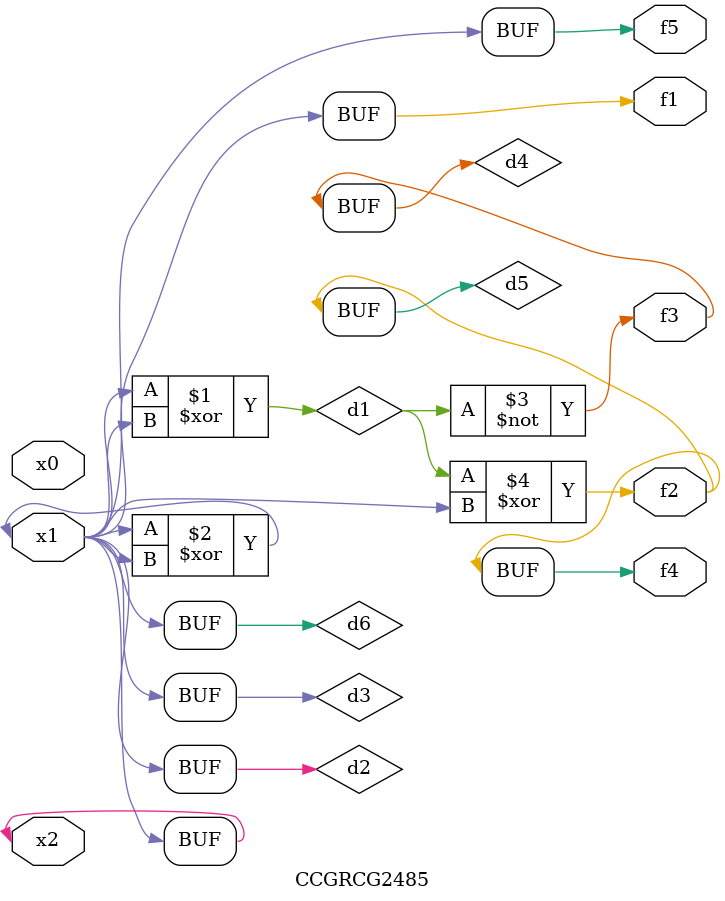
<source format=v>
module CCGRCG2485(
	input x0, x1, x2,
	output f1, f2, f3, f4, f5
);

	wire d1, d2, d3, d4, d5, d6;

	xor (d1, x1, x2);
	buf (d2, x1, x2);
	xor (d3, x1, x2);
	nor (d4, d1);
	xor (d5, d1, d2);
	buf (d6, d2, d3);
	assign f1 = d6;
	assign f2 = d5;
	assign f3 = d4;
	assign f4 = d5;
	assign f5 = d6;
endmodule

</source>
